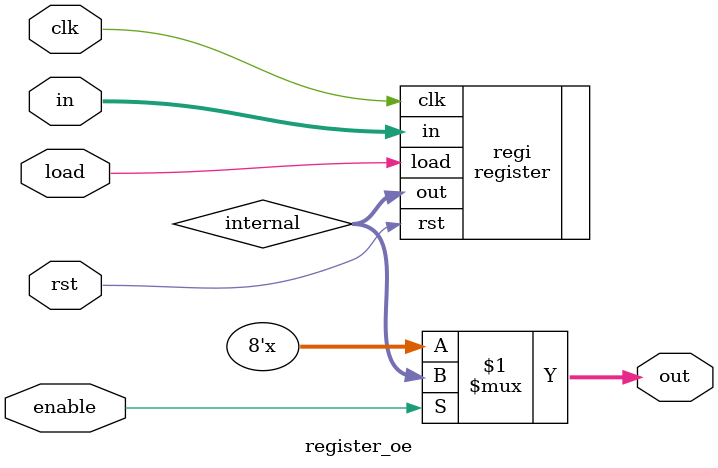
<source format=v>
module register_oe #(parameter WIDTH=8) (
  input clk, rst,
  input load, enable,
  input [WIDTH-1:0] in,
  output wire [WIDTH-1:0] out
);

  wire [WIDTH-1:0] internal;

  // Register
  register #(.WIDTH(WIDTH)) regi(.clk(clk), .rst(rst),
                                 .load(load),
                                 .in(in), 
                                 .out(internal));

  // Tri-state Buffer
  assign out = enable ? internal : {WIDTH{1'bz}}; // enable output

endmodule
</source>
